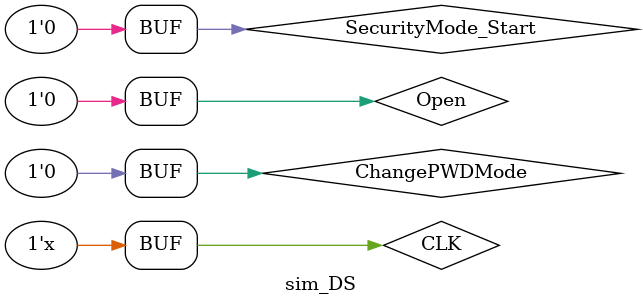
<source format=v>
`timescale 1ns / 1ps


module sim_DS(

    );
    reg CLK;
    reg ChangePWDMode, SecurityMode_Start, Open;
    wire Status1, Status2;
    initial
    begin 
        CLK = 0;
        ChangePWDMode = 0;
        SecurityMode_Start = 0;
        Open = 0;
    end
    always #1
        CLK = CLK + 1;
    DisplayStatus DS(CLK, ChangePWDMode, SecurityMode_Start, Open, Status1, Status2);
    always #100
    begin
        ChangePWDMode = 1;
        #100 ChangePWDMode = 0;
        #100 SecurityMode_Start = 1;
        #100 SecurityMode_Start = 0;
        #100 Open = 1;
        #100 Open = 0;
    end
endmodule

</source>
